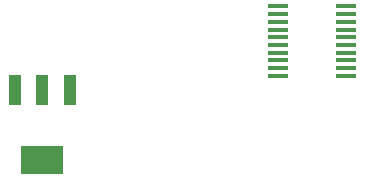
<source format=gtp>
G04 Layer: TopPasteMaskLayer*
G04 EasyEDA v6.5.40, 2024-08-10 13:38:48*
G04 cb6e2e9fbd21486d88ae5690d2d3dc00,10*
G04 Gerber Generator version 0.2*
G04 Scale: 100 percent, Rotated: No, Reflected: No *
G04 Dimensions in millimeters *
G04 leading zeros omitted , absolute positions ,4 integer and 5 decimal *
%FSLAX45Y45*%
%MOMM*%

%AMMACRO1*21,1,$1,$2,0,0,$3*%
%ADD10O,1.7420082X0.36400740000000004*%
%ADD11R,1.1000X2.5000*%
%ADD12MACRO1,3.6002X2.3398X0.0000*%

%LPD*%
D10*
G01*
X2646603Y279806D03*
G01*
X2646603Y214807D03*
G01*
X2646603Y149809D03*
G01*
X2646603Y84810D03*
G01*
X2646603Y19786D03*
G01*
X2646603Y-45212D03*
G01*
X2646603Y-110210D03*
G01*
X2646603Y-175209D03*
G01*
X2646603Y-240207D03*
G01*
X2646603Y-305206D03*
G01*
X3220796Y279806D03*
G01*
X3220796Y214807D03*
G01*
X3220796Y149809D03*
G01*
X3220796Y84810D03*
G01*
X3220796Y19786D03*
G01*
X3220796Y-45212D03*
G01*
X3220796Y-110210D03*
G01*
X3220796Y-175209D03*
G01*
X3220796Y-240207D03*
G01*
X3220796Y-305206D03*
D11*
G01*
X877696Y-426918D03*
G01*
X647700Y-426918D03*
G01*
X417703Y-426918D03*
D12*
G01*
X647700Y-1020902D03*
M02*

</source>
